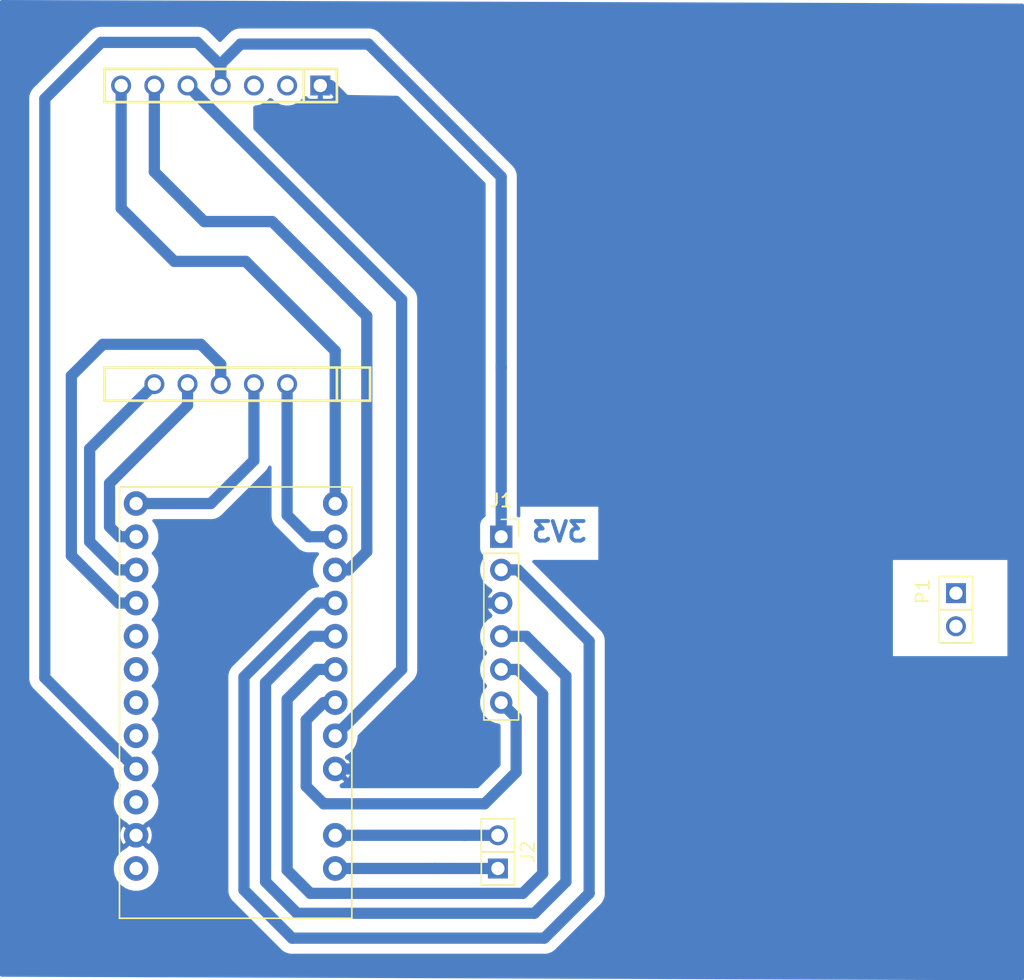
<source format=kicad_pcb>
(kicad_pcb (version 20171130) (host pcbnew "(5.1.9)-1")

  (general
    (thickness 1.6)
    (drawings 1)
    (tracks 100)
    (zones 0)
    (modules 6)
    (nets 34)
  )

  (page A4)
  (layers
    (0 F.Cu signal hide)
    (31 B.Cu signal)
    (32 B.Adhes user hide)
    (33 F.Adhes user hide)
    (34 B.Paste user hide)
    (35 F.Paste user hide)
    (36 B.SilkS user hide)
    (37 F.SilkS user)
    (38 B.Mask user hide)
    (39 F.Mask user hide)
    (40 Dwgs.User user hide)
    (41 Cmts.User user hide)
    (42 Eco1.User user hide)
    (43 Eco2.User user hide)
    (44 Edge.Cuts user hide)
    (45 Margin user hide)
    (46 B.CrtYd user hide)
    (47 F.CrtYd user hide)
    (48 B.Fab user hide)
    (49 F.Fab user hide)
  )

  (setup
    (last_trace_width 0.25)
    (user_trace_width 0.5)
    (user_trace_width 0.86)
    (trace_clearance 0.2)
    (zone_clearance 0.762)
    (zone_45_only yes)
    (trace_min 0.2)
    (via_size 0.8)
    (via_drill 0.4)
    (via_min_size 0.4)
    (via_min_drill 0.3)
    (uvia_size 0.3)
    (uvia_drill 0.1)
    (uvias_allowed no)
    (uvia_min_size 0.2)
    (uvia_min_drill 0.1)
    (edge_width 0.05)
    (segment_width 0.2)
    (pcb_text_width 0.3)
    (pcb_text_size 1.5 1.5)
    (mod_edge_width 0.12)
    (mod_text_size 1 1)
    (mod_text_width 0.15)
    (pad_size 1.8796 1.8796)
    (pad_drill 1.016)
    (pad_to_mask_clearance 0)
    (aux_axis_origin 0 0)
    (visible_elements 7FFFFFFF)
    (pcbplotparams
      (layerselection 0x00000_fffffffe)
      (usegerberextensions false)
      (usegerberattributes true)
      (usegerberadvancedattributes true)
      (creategerberjobfile true)
      (excludeedgelayer true)
      (linewidth 0.100000)
      (plotframeref false)
      (viasonmask false)
      (mode 1)
      (useauxorigin false)
      (hpglpennumber 1)
      (hpglpenspeed 20)
      (hpglpendiameter 15.000000)
      (psnegative false)
      (psa4output false)
      (plotreference true)
      (plotvalue true)
      (plotinvisibletext false)
      (padsonsilk false)
      (subtractmaskfromsilk false)
      (outputformat 4)
      (mirror false)
      (drillshape 0)
      (scaleselection 1)
      (outputdirectory "../Print_PCB_v0_2/"))
  )

  (net 0 "")
  (net 1 "Net-(U1-PadJP7_10)")
  (net 2 /DIO0)
  (net 3 /DIO1)
  (net 4 /RST)
  (net 5 /DIO2)
  (net 6 /NSS)
  (net 7 /MOSI)
  (net 8 /MISO)
  (net 9 /SCK)
  (net 10 "Net-(U1-PadJP6_8)")
  (net 11 "Net-(U1-PadJP6_7)")
  (net 12 "Net-(U1-PadJP6_6)")
  (net 13 "Net-(U1-PadJP6_5)")
  (net 14 /3V3)
  (net 15 "Net-(U1-PadJP6_3)")
  (net 16 "Net-(U1-PadJP6_1)")
  (net 17 "Net-(U1-PadJP3_1)")
  (net 18 "Net-(U1-PadJP3_2)")
  (net 19 "Net-(U1-PadJP2_2)")
  (net 20 "Net-(U1-PadJP2_1)")
  (net 21 "Net-(U1-PadJP1_4)")
  (net 22 "Net-(U1-PadJP1_3)")
  (net 23 "Net-(U1-PadJP1_2)")
  (net 24 "Net-(U1-PadJP1_1)")
  (net 25 "Net-(J2-Pad2)")
  (net 26 "Net-(J2-Pad1)")
  (net 27 /GND)
  (net 28 "Net-(U1-PadJP1_5)")
  (net 29 /D6)
  (net 30 /D5)
  (net 31 /D4)
  (net 32 /D3)
  (net 33 /MASS)

  (net_class Default "This is the default net class."
    (clearance 0.2)
    (trace_width 0.25)
    (via_dia 0.8)
    (via_drill 0.4)
    (uvia_dia 0.3)
    (uvia_drill 0.1)
    (add_net /3V3)
    (add_net /D3)
    (add_net /D4)
    (add_net /D5)
    (add_net /D6)
    (add_net /DIO0)
    (add_net /DIO1)
    (add_net /DIO2)
    (add_net /GND)
    (add_net /MASS)
    (add_net /MISO)
    (add_net /MOSI)
    (add_net /NSS)
    (add_net /RST)
    (add_net /SCK)
    (add_net "Net-(J2-Pad1)")
    (add_net "Net-(J2-Pad2)")
    (add_net "Net-(U1-PadJP1_1)")
    (add_net "Net-(U1-PadJP1_2)")
    (add_net "Net-(U1-PadJP1_3)")
    (add_net "Net-(U1-PadJP1_4)")
    (add_net "Net-(U1-PadJP1_5)")
    (add_net "Net-(U1-PadJP2_1)")
    (add_net "Net-(U1-PadJP2_2)")
    (add_net "Net-(U1-PadJP3_1)")
    (add_net "Net-(U1-PadJP3_2)")
    (add_net "Net-(U1-PadJP6_1)")
    (add_net "Net-(U1-PadJP6_3)")
    (add_net "Net-(U1-PadJP6_5)")
    (add_net "Net-(U1-PadJP6_6)")
    (add_net "Net-(U1-PadJP6_7)")
    (add_net "Net-(U1-PadJP6_8)")
    (add_net "Net-(U1-PadJP7_10)")
  )

  (module Header:HEADER_M_2.54MM_1R2P_ST_AU_PTH (layer F.Cu) (tedit 5E3B7C46) (tstamp 60311660)
    (at 148.336 105.537 270)
    (tags Header)
    (path /6025BE47)
    (fp_text reference P1 (at -1.397 2.54 90) (layer F.SilkS)
      (effects (font (size 1.016 1.016) (thickness 0.127)))
    )
    (fp_text value " " (at 0 -2.159 90) (layer F.SilkS) hide
      (effects (font (size 1.016 1.016) (thickness 0.127)))
    )
    (fp_line (start 2.54 -1.27) (end 2.54 1.27) (layer F.SilkS) (width 0.127))
    (fp_line (start 0 -1.27) (end 2.54 -1.27) (layer F.SilkS) (width 0.127))
    (fp_line (start 0 1.27) (end 2.54 1.27) (layer F.SilkS) (width 0.127))
    (fp_line (start -2.54 1.27) (end 0 1.27) (layer F.SilkS) (width 0.127))
    (fp_line (start -2.54 -1.27) (end 0 -1.27) (layer F.SilkS) (width 0.127))
    (fp_line (start -2.54 1.27) (end -2.54 -1.27) (layer F.SilkS) (width 0.127))
    (fp_line (start 0 -1.27) (end 0 1.27) (layer F.SilkS) (width 0.127))
    (fp_line (start -2.54 -1.27) (end 2.54 -1.27) (layer F.Fab) (width 0.127))
    (fp_line (start 2.54 -1.27) (end 2.54 1.27) (layer F.Fab) (width 0.127))
    (fp_line (start 2.54 1.27) (end -2.54 1.27) (layer F.Fab) (width 0.127))
    (fp_line (start -2.54 1.27) (end -2.54 -1.27) (layer F.Fab) (width 0.127))
    (fp_line (start -2.54 -1.27) (end 2.54 -1.27) (layer F.CrtYd) (width 0.127))
    (fp_line (start -2.54 1.27) (end -2.54 -1.27) (layer F.CrtYd) (width 0.127))
    (fp_line (start 2.54 1.27) (end -2.54 1.27) (layer F.CrtYd) (width 0.127))
    (fp_line (start 2.54 -1.27) (end 2.54 1.27) (layer F.CrtYd) (width 0.127))
    (fp_text user %R (at 0 0 90) (layer F.Fab)
      (effects (font (size 1.016 1.016) (thickness 0.127)))
    )
    (pad 1 thru_hole rect (at -1.27 0 270) (size 1.524 1.524) (drill 1.016) (layers *.Cu *.Mask))
    (pad 2 thru_hole circle (at 1.27 0 270) (size 1.524 1.524) (drill 1.016) (layers *.Cu *.Mask))
    (model ${CASCO_LOGIX_KISYS3DMOD}/Headers/STEP/HEADER_M_2.54MM_1R2P_ST_AU_PTH.step
      (at (xyz 0 0 0))
      (scale (xyz 1 1 1))
      (rotate (xyz 0 0 0))
    )
  )

  (module Header:HEADER_M_2.54MM_1R8P_ST_AU_PTH (layer F.Cu) (tedit 602FCE99) (tstamp 60248205)
    (at 93.345 88.265 180)
    (tags Header)
    (path /6024B676)
    (fp_text reference P2 (at 0 2.286) (layer F.SilkS) hide
      (effects (font (size 1.016 1.016) (thickness 0.127)))
    )
    (fp_text value H2 (at 0 -2.159) (layer F.SilkS) hide
      (effects (font (size 1.016 1.016) (thickness 0.127)))
    )
    (fp_line (start 5.08 1.27) (end 10.16 1.27) (layer F.SilkS) (width 0.2032))
    (fp_line (start 5.08 -1.27) (end 10.16 -1.27) (layer F.SilkS) (width 0.2032))
    (fp_line (start 0 1.27) (end 5.08 1.27) (layer F.SilkS) (width 0.2032))
    (fp_line (start 0 -1.27) (end 5.08 -1.27) (layer F.SilkS) (width 0.2032))
    (fp_line (start -2.54 -1.27) (end 0 -1.27) (layer F.SilkS) (width 0.2032))
    (fp_line (start -2.54 1.27) (end 0 1.27) (layer F.SilkS) (width 0.2032))
    (fp_line (start -5.08 1.27) (end -2.54 1.27) (layer F.SilkS) (width 0.2032))
    (fp_line (start -5.08 -1.27) (end -2.54 -1.27) (layer F.SilkS) (width 0.2032))
    (fp_line (start 10.16 -1.27) (end 10.16 1.27) (layer F.SilkS) (width 0.2032))
    (fp_line (start -7.62 -1.27) (end -5.08 -1.27) (layer F.SilkS) (width 0.2032))
    (fp_line (start -7.62 1.27) (end -5.08 1.27) (layer F.SilkS) (width 0.2032))
    (fp_line (start -10.16 1.27) (end -7.62 1.27) (layer F.SilkS) (width 0.2032))
    (fp_line (start -10.16 -1.27) (end -7.62 -1.27) (layer F.SilkS) (width 0.2032))
    (fp_line (start -10.16 1.27) (end -10.16 -1.27) (layer F.SilkS) (width 0.2032))
    (fp_line (start -7.62 -1.27) (end -7.62 1.27) (layer F.SilkS) (width 0.2032))
    (pad 5 thru_hole circle (at 1.27 0 180) (size 1.524 1.524) (drill 1.016) (layers *.Cu *.Mask)
      (net 9 /SCK))
    (pad 8 smd circle (at 8.89 0 180) (size 1.524 1.524) (layers F.Paste F.Mask))
    (pad 7 thru_hole circle (at 6.35 0 180) (size 1.524 1.524) (drill 1.016) (layers *.Cu *.Mask)
      (net 8 /MISO))
    (pad 1 smd rect (at -8.89 0 180) (size 1.524 1.524) (layers F.Paste F.Mask))
    (pad 2 smd circle (at -6.35 0 180) (size 1.524 1.524) (layers F.Paste F.Mask))
    (pad 3 thru_hole circle (at -3.81 0 180) (size 1.524 1.524) (drill 1.016) (layers *.Cu *.Mask)
      (net 4 /RST))
    (pad 4 thru_hole circle (at -1.27 0 180) (size 1.524 1.524) (drill 1.016) (layers *.Cu *.Mask)
      (net 6 /NSS))
    (pad 6 thru_hole circle (at 3.81 0 180) (size 1.524 1.524) (drill 1.016) (layers *.Cu *.Mask)
      (net 7 /MOSI))
    (model C:/Engineering/KiCAD_Libraries/3D/Headers/VRML/HEADER_M_2.54MM_1R8P_ST_AU_PTH.wrl
      (at (xyz 0 0 0))
      (scale (xyz 1 1 1))
      (rotate (xyz 0 0 0))
    )
  )

  (module Connector_PinSocket_2.54mm:PinSocket_1x06_P2.54mm_Vertical (layer F.Cu) (tedit 5A19A430) (tstamp 603038E8)
    (at 113.538 99.949)
    (descr "Through hole straight socket strip, 1x06, 2.54mm pitch, single row (from Kicad 4.0.7), script generated")
    (tags "Through hole socket strip THT 1x06 2.54mm single row")
    (path /602FE73C)
    (fp_text reference J1 (at 0 -2.77) (layer F.SilkS)
      (effects (font (size 1 1) (thickness 0.15)))
    )
    (fp_text value H1 (at 0 15.47) (layer F.Fab)
      (effects (font (size 1 1) (thickness 0.15)))
    )
    (fp_line (start -1.8 14.45) (end -1.8 -1.8) (layer F.CrtYd) (width 0.05))
    (fp_line (start 1.75 14.45) (end -1.8 14.45) (layer F.CrtYd) (width 0.05))
    (fp_line (start 1.75 -1.8) (end 1.75 14.45) (layer F.CrtYd) (width 0.05))
    (fp_line (start -1.8 -1.8) (end 1.75 -1.8) (layer F.CrtYd) (width 0.05))
    (fp_line (start 0 -1.33) (end 1.33 -1.33) (layer F.SilkS) (width 0.12))
    (fp_line (start 1.33 -1.33) (end 1.33 0) (layer F.SilkS) (width 0.12))
    (fp_line (start 1.33 1.27) (end 1.33 14.03) (layer F.SilkS) (width 0.12))
    (fp_line (start -1.33 14.03) (end 1.33 14.03) (layer F.SilkS) (width 0.12))
    (fp_line (start -1.33 1.27) (end -1.33 14.03) (layer F.SilkS) (width 0.12))
    (fp_line (start -1.33 1.27) (end 1.33 1.27) (layer F.SilkS) (width 0.12))
    (fp_line (start -1.27 13.97) (end -1.27 -1.27) (layer F.Fab) (width 0.1))
    (fp_line (start 1.27 13.97) (end -1.27 13.97) (layer F.Fab) (width 0.1))
    (fp_line (start 1.27 -0.635) (end 1.27 13.97) (layer F.Fab) (width 0.1))
    (fp_line (start 0.635 -1.27) (end 1.27 -0.635) (layer F.Fab) (width 0.1))
    (fp_line (start -1.27 -1.27) (end 0.635 -1.27) (layer F.Fab) (width 0.1))
    (fp_text user %R (at 0 6.35 90) (layer F.Fab)
      (effects (font (size 1 1) (thickness 0.15)))
    )
    (pad 1 thru_hole rect (at 0 0) (size 1.7 1.7) (drill 1) (layers *.Cu *.Mask)
      (net 14 /3V3))
    (pad 2 thru_hole oval (at 0 2.54) (size 1.7 1.7) (drill 1) (layers *.Cu *.Mask)
      (net 29 /D6))
    (pad 3 thru_hole oval (at 0 5.08) (size 1.7 1.7) (drill 1) (layers *.Cu *.Mask)
      (net 27 /GND))
    (pad 4 thru_hole oval (at 0 7.62) (size 1.7 1.7) (drill 1) (layers *.Cu *.Mask)
      (net 30 /D5))
    (pad 5 thru_hole oval (at 0 10.16) (size 1.7 1.7) (drill 1) (layers *.Cu *.Mask)
      (net 31 /D4))
    (pad 6 thru_hole oval (at 0 12.7) (size 1.7 1.7) (drill 1) (layers *.Cu *.Mask)
      (net 32 /D3))
    (model ${KISYS3DMOD}/Connector_PinSocket_2.54mm.3dshapes/PinSocket_1x06_P2.54mm_Vertical.wrl
      (at (xyz 0 0 0))
      (scale (xyz 1 1 1))
      (rotate (xyz 0 0 0))
    )
  )

  (module Header:HEADER_M_2.54MM_1R7P_ST_AU_PTH (layer F.Cu) (tedit 602FCE36) (tstamp 602481F2)
    (at 92.075 65.405 180)
    (tags Header)
    (path /60249194)
    (fp_text reference P1 (at 0 2.54) (layer F.SilkS) hide
      (effects (font (size 1.016 1.016) (thickness 0.127)))
    )
    (fp_text value H1 (at 0 -2.54) (layer F.SilkS) hide
      (effects (font (size 1.016 1.016) (thickness 0.127)))
    )
    (fp_line (start 3.81 1.27) (end 8.89 1.27) (layer F.SilkS) (width 0.2032))
    (fp_line (start 3.81 -1.27) (end 8.89 -1.27) (layer F.SilkS) (width 0.2032))
    (fp_line (start -1.27 1.27) (end 3.81 1.27) (layer F.SilkS) (width 0.2032))
    (fp_line (start -1.27 -1.27) (end 3.81 -1.27) (layer F.SilkS) (width 0.2032))
    (fp_line (start -6.35 -1.27) (end -6.35 1.27) (layer F.SilkS) (width 0.2032))
    (fp_line (start -8.89 -1.27) (end -8.89 1.27) (layer F.SilkS) (width 0.2032))
    (fp_line (start -8.89 1.27) (end -1.27 1.27) (layer F.SilkS) (width 0.2032))
    (fp_line (start 8.89 1.27) (end 8.89 -1.27) (layer F.SilkS) (width 0.2032))
    (fp_line (start -1.27 -1.27) (end -8.89 -1.27) (layer F.SilkS) (width 0.2032))
    (pad 1 thru_hole trapezoid (at -7.62 0 180) (size 1.524 1.524) (drill 1.016) (layers *.Cu *.Mask)
      (net 27 /GND))
    (pad 2 thru_hole circle (at -5.08 0 180) (size 1.524 1.524) (drill 1.016) (layers *.Cu *.Mask))
    (pad 3 thru_hole circle (at -2.54 0 180) (size 1.524 1.524) (drill 1.016) (layers *.Cu *.Mask))
    (pad 5 thru_hole circle (at 2.54 0 180) (size 1.524 1.524) (drill 1.016) (layers *.Cu *.Mask)
      (net 2 /DIO0))
    (pad 4 thru_hole circle (at 0 0 180) (size 1.524 1.524) (drill 1.016) (layers *.Cu *.Mask)
      (net 14 /3V3))
    (pad 6 thru_hole circle (at 5.08 0 180) (size 1.524 1.524) (drill 1.016) (layers *.Cu *.Mask)
      (net 3 /DIO1))
    (pad 7 thru_hole circle (at 7.62 0 180) (size 1.524 1.524) (drill 1.016) (layers *.Cu *.Mask)
      (net 5 /DIO2))
    (model C:/Engineering/KiCAD_Libraries/3D/Headers/VRML/HEADER_M_2.54MM_1R7P_ST_AU_PTH.wrl
      (at (xyz 0 0 0))
      (scale (xyz 1 1 1))
      (rotate (xyz 0 0 0))
    )
  )

  (module ARDUINO_PRO_MINI:MODULE_ARDUINO_PRO_MINI (layer F.Cu) (tedit 602FCF15) (tstamp 602544D7)
    (at 93.218 112.649 180)
    (path /60247FED)
    (fp_text reference U1 (at -5.825 -17.635) (layer F.SilkS) hide
      (effects (font (size 1 1) (thickness 0.015)))
    )
    (fp_text value ARDUINO_PRO_MINI (at 5.605 17.865) (layer F.Fab) hide
      (effects (font (size 1 1) (thickness 0.015)))
    )
    (fp_line (start -9.14 16.76) (end -9.14 -16.76) (layer F.CrtYd) (width 0.05))
    (fp_line (start 9.14 16.76) (end -9.14 16.76) (layer F.CrtYd) (width 0.05))
    (fp_line (start 9.14 -16.76) (end 9.14 16.76) (layer F.CrtYd) (width 0.05))
    (fp_line (start -9.14 -16.76) (end 9.14 -16.76) (layer F.CrtYd) (width 0.05))
    (fp_line (start 8.89 -16.51) (end -8.89 -16.51) (layer F.Fab) (width 0.127))
    (fp_line (start 8.89 16.51) (end 8.89 -16.51) (layer F.Fab) (width 0.127))
    (fp_line (start -8.89 16.51) (end 8.89 16.51) (layer F.Fab) (width 0.127))
    (fp_line (start -8.89 -16.51) (end -8.89 16.51) (layer F.Fab) (width 0.127))
    (fp_line (start 8.89 -16.51) (end -8.89 -16.51) (layer F.SilkS) (width 0.127))
    (fp_line (start 8.89 16.51) (end 8.89 -16.51) (layer F.SilkS) (width 0.127))
    (fp_line (start -8.89 16.51) (end 8.89 16.51) (layer F.SilkS) (width 0.127))
    (fp_line (start -8.89 -16.51) (end -8.89 16.51) (layer F.SilkS) (width 0.127))
    (pad JP1_1 connect circle (at 6.35 -15.24 180) (size 1.8796 1.8796) (layers F.Mask)
      (net 24 "Net-(U1-PadJP1_1)"))
    (pad JP1_2 connect circle (at 3.81 -15.24 180) (size 1.8796 1.8796) (layers F.Mask)
      (net 23 "Net-(U1-PadJP1_2)"))
    (pad JP1_3 connect circle (at 1.27 -15.24 180) (size 1.8796 1.8796) (layers F.Mask)
      (net 22 "Net-(U1-PadJP1_3)"))
    (pad JP1_4 connect circle (at -1.27 -15.24 180) (size 1.8796 1.8796) (layers F.Mask)
      (net 21 "Net-(U1-PadJP1_4)"))
    (pad JP1_5 connect circle (at -3.81 -15.24 180) (size 1.8796 1.8796) (layers F.Mask)
      (net 28 "Net-(U1-PadJP1_5)"))
    (pad JP1_6 connect circle (at -6.35 -15.24 180) (size 1.8796 1.8796) (layers F.Mask)
      (net 28 "Net-(U1-PadJP1_5)"))
    (pad JP2_1 connect circle (at 4.699 -1.397 180) (size 1.8796 1.8796) (layers F.Mask)
      (net 20 "Net-(U1-PadJP2_1)"))
    (pad JP2_2 connect circle (at 4.699 -3.937 180) (size 1.8796 1.8796) (layers F.Mask)
      (net 19 "Net-(U1-PadJP2_2)"))
    (pad JP3_2 connect circle (at 4.699 6.477 180) (size 1.8796 1.8796) (layers F.Mask)
      (net 18 "Net-(U1-PadJP3_2)"))
    (pad JP3_1 connect circle (at 4.699 9.017 180) (size 1.8796 1.8796) (layers F.Mask)
      (net 17 "Net-(U1-PadJP3_1)"))
    (pad JP6_1 thru_hole circle (at 7.62 -12.7 180) (size 1.8796 1.8796) (drill 1.016) (layers *.Cu *.Mask)
      (net 16 "Net-(U1-PadJP6_1)"))
    (pad JP6_2 thru_hole circle (at 7.62 -10.16 180) (size 1.8796 1.8796) (drill 1.016) (layers *.Cu *.Mask)
      (net 33 /MASS))
    (pad JP6_3 thru_hole circle (at 7.62 -7.62 180) (size 1.8796 1.8796) (drill 1.016) (layers *.Cu *.Mask)
      (net 15 "Net-(U1-PadJP6_3)"))
    (pad JP6_4 thru_hole circle (at 7.62 -5.08 180) (size 1.8796 1.8796) (drill 1.016) (layers *.Cu *.Mask)
      (net 14 /3V3))
    (pad JP6_5 thru_hole circle (at 7.62 -2.54 180) (size 1.8796 1.8796) (drill 1.016) (layers *.Cu *.Mask)
      (net 13 "Net-(U1-PadJP6_5)"))
    (pad JP6_6 thru_hole circle (at 7.62 0 180) (size 1.8796 1.8796) (drill 1.016) (layers *.Cu *.Mask)
      (net 12 "Net-(U1-PadJP6_6)"))
    (pad JP6_7 thru_hole circle (at 7.62 2.54 180) (size 1.8796 1.8796) (drill 1.016) (layers *.Cu *.Mask)
      (net 11 "Net-(U1-PadJP6_7)"))
    (pad JP6_8 thru_hole circle (at 7.62 5.08 180) (size 1.8796 1.8796) (drill 1.016) (layers *.Cu *.Mask)
      (net 10 "Net-(U1-PadJP6_8)"))
    (pad JP6_9 thru_hole circle (at 7.62 7.62 180) (size 1.8796 1.8796) (drill 1.016) (layers *.Cu *.Mask)
      (net 9 /SCK))
    (pad JP6_10 thru_hole circle (at 7.62 10.16 180) (size 1.8796 1.8796) (drill 1.016) (layers *.Cu *.Mask)
      (net 8 /MISO))
    (pad JP6_11 thru_hole circle (at 7.62 12.7 180) (size 1.8796 1.8796) (drill 1.016) (layers *.Cu *.Mask)
      (net 7 /MOSI))
    (pad JP6_12 thru_hole circle (at 7.62 15.24 180) (size 1.8796 1.8796) (drill 1.016) (layers *.Cu *.Mask)
      (net 6 /NSS))
    (pad JP7_1 thru_hole circle (at -7.62 15.24 180) (size 1.8796 1.8796) (drill 1.016) (layers *.Cu *.Mask)
      (net 5 /DIO2))
    (pad JP7_2 thru_hole circle (at -7.62 12.7 180) (size 1.8796 1.8796) (drill 1.016) (layers *.Cu *.Mask)
      (net 4 /RST))
    (pad JP7_3 thru_hole circle (at -7.62 10.16 180) (size 1.8796 1.8796) (drill 1.016) (layers *.Cu *.Mask)
      (net 3 /DIO1))
    (pad JP7_4 thru_hole circle (at -7.62 7.62 180) (size 1.8796 1.8796) (drill 1.016) (layers *.Cu *.Mask)
      (net 29 /D6))
    (pad JP7_5 thru_hole circle (at -7.62 5.08 180) (size 1.8796 1.8796) (drill 1.016) (layers *.Cu *.Mask)
      (net 30 /D5))
    (pad JP7_6 thru_hole circle (at -7.62 2.54 180) (size 1.8796 1.8796) (drill 1.016) (layers *.Cu *.Mask)
      (net 31 /D4))
    (pad JP7_7 thru_hole circle (at -7.62 0 180) (size 1.8796 1.8796) (drill 1.016) (layers *.Cu *.Mask)
      (net 32 /D3))
    (pad JP7_8 thru_hole circle (at -7.62 -2.54 180) (size 1.8796 1.8796) (drill 1.016) (layers *.Cu *.Mask)
      (net 2 /DIO0))
    (pad JP7_9 thru_hole circle (at -7.62 -5.08 180) (size 1.8796 1.8796) (drill 1.016) (layers *.Cu *.Mask)
      (net 27 /GND))
    (pad JP7_10 smd circle (at -7.62 -7.62 180) (size 1.8796 1.8796) (layers F.Paste F.Mask)
      (net 1 "Net-(U1-PadJP7_10)"))
    (pad JP7_11 thru_hole circle (at -7.62 -10.16 180) (size 1.8796 1.8796) (drill 1.016) (layers *.Cu *.Mask)
      (net 25 "Net-(J2-Pad2)"))
    (pad JP7_12 thru_hole circle (at -7.62 -12.7 180) (size 1.8796 1.8796) (drill 1.016) (layers *.Cu *.Mask)
      (net 26 "Net-(J2-Pad1)"))
  )

  (module Header:HEADER_F_2.54MM_1R2P_ST_AU_PTH (layer F.Cu) (tedit 569A96B6) (tstamp 6025608B)
    (at 113.284 124.079 90)
    (tags Header)
    (path /602533F2)
    (fp_text reference J2 (at 0 2.286 90) (layer F.SilkS)
      (effects (font (size 1.016 1.016) (thickness 0.127)))
    )
    (fp_text value H2 (at 0 -2.159 90) (layer F.Fab) hide
      (effects (font (size 1.016 1.016) (thickness 0.127)))
    )
    (fp_line (start -2.54 1.27) (end -2.54 -1.27) (layer F.SilkS) (width 0.127))
    (fp_line (start 0 1.27) (end 0 -1.27) (layer F.SilkS) (width 0.127))
    (fp_line (start 2.54 1.27) (end -2.54 1.27) (layer F.SilkS) (width 0.127))
    (fp_line (start 2.54 -1.27) (end 2.54 1.27) (layer F.SilkS) (width 0.127))
    (fp_line (start -2.54 -1.27) (end 2.54 -1.27) (layer F.SilkS) (width 0.127))
    (pad 2 thru_hole circle (at 1.27 0 90) (size 1.524 1.524) (drill 1.016) (layers *.Cu *.Mask)
      (net 25 "Net-(J2-Pad2)"))
    (pad 1 thru_hole rect (at -1.27 0 90) (size 1.524 1.524) (drill 1.016) (layers *.Cu *.Mask)
      (net 26 "Net-(J2-Pad1)"))
    (model C:/Engineering/KiCAD_Libraries/3D/Headers/VRML/HEADER_F_2.54MM_1R2P_ST_SN_PTH.wrl
      (at (xyz 0 0 0))
      (scale (xyz 1 1 1))
      (rotate (xyz 0 0 0))
    )
  )

  (gr_text 3V3 (at 117.983 99.568) (layer B.Cu)
    (effects (font (size 1.5 1.5) (thickness 0.3)) (justify mirror))
  )

  (segment (start 105.918 81.788) (end 89.535 65.405) (width 0.86) (layer B.Cu) (net 2))
  (segment (start 105.918 110.109) (end 105.918 81.788) (width 0.86) (layer B.Cu) (net 2))
  (segment (start 100.838 115.189) (end 105.918 110.109) (width 0.86) (layer B.Cu) (net 2))
  (segment (start 101.854 102.489) (end 100.838 102.489) (width 0.86) (layer B.Cu) (net 3))
  (segment (start 103.251 83.058) (end 103.251 101.092) (width 0.86) (layer B.Cu) (net 3))
  (segment (start 103.251 101.092) (end 101.854 102.489) (width 0.86) (layer B.Cu) (net 3))
  (segment (start 90.805 75.819) (end 96.012 75.819) (width 0.86) (layer B.Cu) (net 3))
  (segment (start 86.995 72.009) (end 90.805 75.819) (width 0.86) (layer B.Cu) (net 3))
  (segment (start 96.012 75.819) (end 103.251 83.058) (width 0.86) (layer B.Cu) (net 3))
  (segment (start 86.995 65.405) (end 86.995 72.009) (width 0.86) (layer B.Cu) (net 3))
  (segment (start 98.933 99.949) (end 100.838 99.949) (width 0.86) (layer B.Cu) (net 4))
  (segment (start 97.155 88.265) (end 97.155 98.298) (width 0.86) (layer B.Cu) (net 4))
  (segment (start 98.806 99.949) (end 98.933 99.949) (width 0.86) (layer B.Cu) (net 4))
  (segment (start 97.155 98.298) (end 98.806 99.949) (width 0.86) (layer B.Cu) (net 4))
  (segment (start 100.838 85.725) (end 100.838 97.409) (width 0.86) (layer B.Cu) (net 5))
  (segment (start 93.98 78.867) (end 100.838 85.725) (width 0.86) (layer B.Cu) (net 5))
  (segment (start 88.519 78.867) (end 93.98 78.867) (width 0.86) (layer B.Cu) (net 5))
  (segment (start 84.455 74.803) (end 88.519 78.867) (width 0.86) (layer B.Cu) (net 5))
  (segment (start 84.455 65.405) (end 84.455 74.803) (width 0.86) (layer B.Cu) (net 5))
  (segment (start 85.598 97.409) (end 91.313 97.409) (width 0.86) (layer B.Cu) (net 6))
  (segment (start 94.615 94.107) (end 94.615 88.265) (width 0.86) (layer B.Cu) (net 6))
  (segment (start 91.313 97.409) (end 94.615 94.107) (width 0.86) (layer B.Cu) (net 6))
  (segment (start 84.328 99.949) (end 85.598 99.949) (width 0.86) (layer B.Cu) (net 7))
  (segment (start 83.566 99.187) (end 84.328 99.949) (width 0.86) (layer B.Cu) (net 7))
  (segment (start 83.566 95.859522) (end 83.566 99.187) (width 0.86) (layer B.Cu) (net 7))
  (segment (start 89.535 89.890522) (end 83.566 95.859522) (width 0.86) (layer B.Cu) (net 7))
  (segment (start 89.535 88.265) (end 89.535 89.890522) (width 0.86) (layer B.Cu) (net 7))
  (segment (start 84.201 102.489) (end 85.598 102.489) (width 0.86) (layer B.Cu) (net 8))
  (segment (start 82.042 100.33) (end 84.201 102.489) (width 0.86) (layer B.Cu) (net 8))
  (segment (start 82.042 93.218) (end 82.042 100.33) (width 0.86) (layer B.Cu) (net 8))
  (segment (start 86.995 88.265) (end 82.042 93.218) (width 0.86) (layer B.Cu) (net 8))
  (segment (start 80.645 101.405077) (end 84.268923 105.029) (width 0.86) (layer B.Cu) (net 9))
  (segment (start 84.268923 105.029) (end 85.598 105.029) (width 0.86) (layer B.Cu) (net 9))
  (segment (start 80.645 87.63) (end 80.645 101.405077) (width 0.86) (layer B.Cu) (net 9))
  (segment (start 90.551 85.217) (end 83.058 85.217) (width 0.86) (layer B.Cu) (net 9))
  (segment (start 83.058 85.217) (end 80.645 87.63) (width 0.86) (layer B.Cu) (net 9))
  (segment (start 92.075 86.741) (end 90.551 85.217) (width 0.86) (layer B.Cu) (net 9))
  (segment (start 92.075 88.265) (end 92.075 86.741) (width 0.86) (layer B.Cu) (net 9))
  (segment (start 113.538 86.868) (end 113.538 86.995) (width 0.86) (layer B.Cu) (net 14))
  (segment (start 113.538 99.949) (end 113.538 86.995) (width 0.86) (layer B.Cu) (net 14))
  (segment (start 113.538 72.39) (end 113.538 86.995) (width 0.86) (layer B.Cu) (net 14))
  (segment (start 104.394 63.246) (end 113.538 72.39) (width 0.86) (layer B.Cu) (net 14))
  (segment (start 92.075 65.405) (end 92.075 64.008) (width 0.86) (layer B.Cu) (net 14))
  (segment (start 92.075 63.881) (end 92.075 65.405) (width 0.86) (layer B.Cu) (net 14))
  (segment (start 92.075 63.881) (end 92.075 63.754) (width 0.86) (layer B.Cu) (net 14))
  (segment (start 92.075 63.754) (end 93.599 62.23) (width 0.86) (layer B.Cu) (net 14))
  (segment (start 103.378 62.23) (end 104.394 63.246) (width 0.86) (layer B.Cu) (net 14))
  (segment (start 93.599 62.23) (end 103.378 62.23) (width 0.86) (layer B.Cu) (net 14))
  (segment (start 78.613 110.744) (end 85.598 117.729) (width 0.86) (layer B.Cu) (net 14))
  (segment (start 78.613 66.421) (end 78.613 110.744) (width 0.86) (layer B.Cu) (net 14))
  (segment (start 82.931 62.103) (end 78.613 66.421) (width 0.86) (layer B.Cu) (net 14))
  (segment (start 90.297 62.103) (end 82.931 62.103) (width 0.86) (layer B.Cu) (net 14))
  (segment (start 92.075 63.881) (end 90.297 62.103) (width 0.86) (layer B.Cu) (net 14))
  (segment (start 110.744 122.809) (end 113.284 122.809) (width 0.86) (layer B.Cu) (net 25))
  (segment (start 100.838 122.809) (end 110.744 122.809) (width 0.86) (layer B.Cu) (net 25))
  (segment (start 108.458 125.349) (end 100.838 125.349) (width 0.86) (layer B.Cu) (net 26))
  (segment (start 113.284 125.349) (end 108.458 125.349) (width 0.86) (layer B.Cu) (net 26))
  (segment (start 100.457 65.405) (end 109.474 74.422) (width 0.86) (layer B.Cu) (net 27))
  (segment (start 99.695 65.405) (end 100.457 65.405) (width 0.86) (layer B.Cu) (net 27))
  (segment (start 109.474 74.422) (end 109.474 103.124) (width 0.86) (layer B.Cu) (net 27))
  (segment (start 111.379 105.029) (end 113.538 105.029) (width 0.86) (layer B.Cu) (net 27))
  (segment (start 109.474 103.124) (end 111.379 105.029) (width 0.86) (layer B.Cu) (net 27))
  (segment (start 111.379 105.029) (end 111.379 109.728) (width 0.86) (layer B.Cu) (net 27))
  (segment (start 103.378 117.729) (end 100.838 117.729) (width 0.86) (layer B.Cu) (net 27))
  (segment (start 111.379 109.728) (end 103.378 117.729) (width 0.86) (layer B.Cu) (net 27))
  (segment (start 99.508923 105.029) (end 100.838 105.029) (width 0.86) (layer B.Cu) (net 29))
  (segment (start 93.853 127) (end 93.853 110.684923) (width 0.86) (layer B.Cu) (net 29))
  (segment (start 116.84 130.683) (end 97.536 130.683) (width 0.86) (layer B.Cu) (net 29))
  (segment (start 120.269 127.254) (end 116.84 130.683) (width 0.86) (layer B.Cu) (net 29))
  (segment (start 97.536 130.683) (end 93.853 127) (width 0.86) (layer B.Cu) (net 29))
  (segment (start 120.269 107.95) (end 120.269 127.254) (width 0.86) (layer B.Cu) (net 29))
  (segment (start 114.808 102.489) (end 120.269 107.95) (width 0.86) (layer B.Cu) (net 29))
  (segment (start 93.853 110.684923) (end 99.508923 105.029) (width 0.86) (layer B.Cu) (net 29))
  (segment (start 113.538 102.489) (end 114.808 102.489) (width 0.86) (layer B.Cu) (net 29))
  (segment (start 118.491 110.617) (end 115.443 107.569) (width 0.86) (layer B.Cu) (net 30))
  (segment (start 115.443 107.569) (end 113.538 107.569) (width 0.86) (layer B.Cu) (net 30))
  (segment (start 118.491 126.365) (end 118.491 110.617) (width 0.86) (layer B.Cu) (net 30))
  (segment (start 97.917 128.778) (end 116.078 128.778) (width 0.86) (layer B.Cu) (net 30))
  (segment (start 95.504 126.365) (end 97.917 128.778) (width 0.86) (layer B.Cu) (net 30))
  (segment (start 95.504 111.125) (end 95.504 126.365) (width 0.86) (layer B.Cu) (net 30))
  (segment (start 116.078 128.778) (end 118.491 126.365) (width 0.86) (layer B.Cu) (net 30))
  (segment (start 99.06 107.569) (end 95.504 111.125) (width 0.86) (layer B.Cu) (net 30))
  (segment (start 100.838 107.569) (end 99.06 107.569) (width 0.86) (layer B.Cu) (net 30))
  (segment (start 99.441 110.109) (end 100.838 110.109) (width 0.86) (layer B.Cu) (net 31))
  (segment (start 97.155 125.476) (end 97.155 112.395) (width 0.86) (layer B.Cu) (net 31))
  (segment (start 98.933 127.254) (end 97.155 125.476) (width 0.86) (layer B.Cu) (net 31))
  (segment (start 115.189 127.254) (end 98.933 127.254) (width 0.86) (layer B.Cu) (net 31))
  (segment (start 116.713 125.73) (end 115.189 127.254) (width 0.86) (layer B.Cu) (net 31))
  (segment (start 97.155 112.395) (end 99.441 110.109) (width 0.86) (layer B.Cu) (net 31))
  (segment (start 116.713 112.014) (end 116.713 125.73) (width 0.86) (layer B.Cu) (net 31))
  (segment (start 114.808 110.109) (end 116.713 112.014) (width 0.86) (layer B.Cu) (net 31))
  (segment (start 113.538 110.109) (end 114.808 110.109) (width 0.86) (layer B.Cu) (net 31))
  (segment (start 114.681 113.792) (end 113.538 112.649) (width 0.86) (layer B.Cu) (net 32))
  (segment (start 112.268 120.396) (end 114.681 117.983) (width 0.86) (layer B.Cu) (net 32))
  (segment (start 99.949 120.396) (end 112.268 120.396) (width 0.86) (layer B.Cu) (net 32))
  (segment (start 98.6155 119.0625) (end 99.949 120.396) (width 0.86) (layer B.Cu) (net 32))
  (segment (start 114.681 117.983) (end 114.681 113.792) (width 0.86) (layer B.Cu) (net 32))
  (segment (start 99.949 112.649) (end 98.6155 113.9825) (width 0.86) (layer B.Cu) (net 32))
  (segment (start 98.6155 113.9825) (end 98.6155 119.0625) (width 0.86) (layer B.Cu) (net 32))
  (segment (start 100.838 112.649) (end 99.949 112.649) (width 0.86) (layer B.Cu) (net 32))

  (zone (net 33) (net_name /MASS) (layer B.Cu) (tstamp 603110B7) (hatch edge 0.508)
    (connect_pads (clearance 0.762))
    (min_thickness 0.254)
    (fill yes (arc_segments 32) (thermal_gap 0.254) (thermal_bridge_width 0.381))
    (polygon
      (pts
        (xy 153.543 133.909594) (xy 75.184 133.63575) (xy 75.184 58.856563) (xy 153.543 59.130407)
      )
    )
    (filled_polygon
      (pts
        (xy 153.416 59.256964) (xy 153.416 133.78215) (xy 75.311 133.509193) (xy 75.311 125.168879) (xy 83.7692 125.168879)
        (xy 83.7692 125.529121) (xy 83.83948 125.882441) (xy 83.977338 126.215262) (xy 84.177478 126.514792) (xy 84.432208 126.769522)
        (xy 84.731738 126.969662) (xy 85.064559 127.10752) (xy 85.417879 127.1778) (xy 85.778121 127.1778) (xy 86.131441 127.10752)
        (xy 86.464262 126.969662) (xy 86.763792 126.769522) (xy 87.018522 126.514792) (xy 87.218662 126.215262) (xy 87.35652 125.882441)
        (xy 87.4268 125.529121) (xy 87.4268 125.168879) (xy 87.35652 124.815559) (xy 87.218662 124.482738) (xy 87.018522 124.183208)
        (xy 86.763792 123.928478) (xy 86.464262 123.728338) (xy 86.401565 123.702368) (xy 85.598 122.898803) (xy 84.794435 123.702368)
        (xy 84.731738 123.728338) (xy 84.432208 123.928478) (xy 84.177478 124.183208) (xy 83.977338 124.482738) (xy 83.83948 124.815559)
        (xy 83.7692 125.168879) (xy 75.311 125.168879) (xy 75.311 122.820406) (xy 84.270858 122.820406) (xy 84.298584 123.079099)
        (xy 84.376245 123.327413) (xy 84.488185 123.536837) (xy 84.683143 123.634054) (xy 85.508197 122.809) (xy 85.687803 122.809)
        (xy 86.512857 123.634054) (xy 86.707815 123.536837) (xy 86.828484 123.306337) (xy 86.901866 123.056726) (xy 86.925142 122.797594)
        (xy 86.897416 122.538901) (xy 86.819755 122.290587) (xy 86.707815 122.081163) (xy 86.512857 121.983946) (xy 85.687803 122.809)
        (xy 85.508197 122.809) (xy 84.683143 121.983946) (xy 84.488185 122.081163) (xy 84.367516 122.311663) (xy 84.294134 122.561274)
        (xy 84.270858 122.820406) (xy 75.311 122.820406) (xy 75.311 66.421) (xy 77.287618 66.421) (xy 77.294 66.485797)
        (xy 77.294001 110.679193) (xy 77.287618 110.744) (xy 77.313085 111.002569) (xy 77.388507 111.251201) (xy 77.388508 111.251202)
        (xy 77.510986 111.480343) (xy 77.675814 111.681187) (xy 77.726148 111.722495) (xy 83.7692 117.765548) (xy 83.7692 117.909121)
        (xy 83.83948 118.262441) (xy 83.977338 118.595262) (xy 84.177478 118.894792) (xy 84.281686 118.999) (xy 84.177478 119.103208)
        (xy 83.977338 119.402738) (xy 83.83948 119.735559) (xy 83.7692 120.088879) (xy 83.7692 120.449121) (xy 83.83948 120.802441)
        (xy 83.977338 121.135262) (xy 84.177478 121.434792) (xy 84.432208 121.689522) (xy 84.731738 121.889662) (xy 84.794435 121.915632)
        (xy 85.598 122.719197) (xy 86.401565 121.915632) (xy 86.464262 121.889662) (xy 86.763792 121.689522) (xy 87.018522 121.434792)
        (xy 87.218662 121.135262) (xy 87.35652 120.802441) (xy 87.4268 120.449121) (xy 87.4268 120.088879) (xy 87.35652 119.735559)
        (xy 87.218662 119.402738) (xy 87.018522 119.103208) (xy 86.914314 118.999) (xy 87.018522 118.894792) (xy 87.218662 118.595262)
        (xy 87.35652 118.262441) (xy 87.4268 117.909121) (xy 87.4268 117.548879) (xy 87.35652 117.195559) (xy 87.218662 116.862738)
        (xy 87.018522 116.563208) (xy 86.914314 116.459) (xy 87.018522 116.354792) (xy 87.218662 116.055262) (xy 87.35652 115.722441)
        (xy 87.4268 115.369121) (xy 87.4268 115.008879) (xy 87.35652 114.655559) (xy 87.218662 114.322738) (xy 87.018522 114.023208)
        (xy 86.914314 113.919) (xy 87.018522 113.814792) (xy 87.218662 113.515262) (xy 87.35652 113.182441) (xy 87.4268 112.829121)
        (xy 87.4268 112.468879) (xy 87.35652 112.115559) (xy 87.218662 111.782738) (xy 87.018522 111.483208) (xy 86.914314 111.379)
        (xy 87.018522 111.274792) (xy 87.218662 110.975262) (xy 87.35652 110.642441) (xy 87.4268 110.289121) (xy 87.4268 109.928879)
        (xy 87.35652 109.575559) (xy 87.218662 109.242738) (xy 87.018522 108.943208) (xy 86.914314 108.839) (xy 87.018522 108.734792)
        (xy 87.218662 108.435262) (xy 87.35652 108.102441) (xy 87.4268 107.749121) (xy 87.4268 107.388879) (xy 87.35652 107.035559)
        (xy 87.218662 106.702738) (xy 87.018522 106.403208) (xy 86.914314 106.299) (xy 87.018522 106.194792) (xy 87.218662 105.895262)
        (xy 87.35652 105.562441) (xy 87.4268 105.209121) (xy 87.4268 104.848879) (xy 87.35652 104.495559) (xy 87.218662 104.162738)
        (xy 87.018522 103.863208) (xy 86.914314 103.759) (xy 87.018522 103.654792) (xy 87.218662 103.355262) (xy 87.35652 103.022441)
        (xy 87.4268 102.669121) (xy 87.4268 102.308879) (xy 87.35652 101.955559) (xy 87.218662 101.622738) (xy 87.018522 101.323208)
        (xy 86.914314 101.219) (xy 87.018522 101.114792) (xy 87.218662 100.815262) (xy 87.35652 100.482441) (xy 87.4268 100.129121)
        (xy 87.4268 99.768879) (xy 87.35652 99.415559) (xy 87.218662 99.082738) (xy 87.018522 98.783208) (xy 86.963314 98.728)
        (xy 91.248203 98.728) (xy 91.313 98.734382) (xy 91.377797 98.728) (xy 91.571569 98.708915) (xy 91.820202 98.633493)
        (xy 92.049343 98.511015) (xy 92.250187 98.346187) (xy 92.291499 98.295848) (xy 95.501854 95.085494) (xy 95.552187 95.044187)
        (xy 95.717015 94.843343) (xy 95.836001 94.620736) (xy 95.836001 98.233193) (xy 95.829618 98.298) (xy 95.855085 98.556569)
        (xy 95.930507 98.805201) (xy 95.930508 98.805202) (xy 96.052986 99.034343) (xy 96.217814 99.235187) (xy 96.268147 99.276494)
        (xy 97.827505 100.835853) (xy 97.868813 100.886187) (xy 98.069657 101.051015) (xy 98.267562 101.156797) (xy 98.298798 101.173493)
        (xy 98.547431 101.248915) (xy 98.806 101.274382) (xy 98.870797 101.268) (xy 99.472686 101.268) (xy 99.417478 101.323208)
        (xy 99.217338 101.622738) (xy 99.07948 101.955559) (xy 99.0092 102.308879) (xy 99.0092 102.669121) (xy 99.07948 103.022441)
        (xy 99.217338 103.355262) (xy 99.417478 103.654792) (xy 99.470125 103.707439) (xy 99.250353 103.729085) (xy 99.053121 103.788915)
        (xy 99.001721 103.804507) (xy 98.77258 103.926985) (xy 98.571736 104.091813) (xy 98.530431 104.142144) (xy 92.966148 109.706428)
        (xy 92.915814 109.747736) (xy 92.750986 109.94858) (xy 92.711216 110.022985) (xy 92.628507 110.177722) (xy 92.553085 110.426354)
        (xy 92.527618 110.684923) (xy 92.534001 110.74973) (xy 92.534 126.935203) (xy 92.527618 127) (xy 92.553085 127.258569)
        (xy 92.571355 127.318797) (xy 92.628507 127.507201) (xy 92.750985 127.736342) (xy 92.915813 127.937187) (xy 92.966152 127.978499)
        (xy 96.557505 131.569853) (xy 96.598813 131.620187) (xy 96.799657 131.785015) (xy 97.028798 131.907493) (xy 97.277431 131.982915)
        (xy 97.536 132.008382) (xy 97.600797 132.002) (xy 116.775203 132.002) (xy 116.84 132.008382) (xy 116.904797 132.002)
        (xy 117.098569 131.982915) (xy 117.347202 131.907493) (xy 117.576343 131.785015) (xy 117.777187 131.620187) (xy 117.818499 131.569848)
        (xy 121.155853 128.232495) (xy 121.206187 128.191187) (xy 121.371015 127.990343) (xy 121.493493 127.761202) (xy 121.522701 127.664915)
        (xy 121.568915 127.51257) (xy 121.594382 127.254001) (xy 121.588 127.189204) (xy 121.588 108.014796) (xy 121.594382 107.949999)
        (xy 121.568915 107.69143) (xy 121.493493 107.442798) (xy 121.422742 107.310432) (xy 121.371015 107.213657) (xy 121.206187 107.012813)
        (xy 121.155854 106.971506) (xy 116.036347 101.852) (xy 121.093429 101.852) (xy 121.093429 101.727) (xy 143.383 101.727)
        (xy 143.383 109.093) (xy 143.38544 109.117776) (xy 143.392667 109.141601) (xy 143.404403 109.163557) (xy 143.420197 109.182803)
        (xy 143.439443 109.198597) (xy 143.461399 109.210333) (xy 143.485224 109.21756) (xy 143.51 109.22) (xy 152.273 109.22)
        (xy 152.297776 109.21756) (xy 152.321601 109.210333) (xy 152.343557 109.198597) (xy 152.362803 109.182803) (xy 152.378597 109.163557)
        (xy 152.390333 109.141601) (xy 152.39756 109.117776) (xy 152.4 109.093) (xy 152.4 101.727) (xy 152.39756 101.702224)
        (xy 152.390333 101.678399) (xy 152.378597 101.656443) (xy 152.362803 101.637197) (xy 152.343557 101.621403) (xy 152.321601 101.609667)
        (xy 152.297776 101.60244) (xy 152.273 101.6) (xy 143.51 101.6) (xy 143.485224 101.60244) (xy 143.461399 101.609667)
        (xy 143.439443 101.621403) (xy 143.420197 101.637197) (xy 143.404403 101.656443) (xy 143.392667 101.678399) (xy 143.38544 101.702224)
        (xy 143.383 101.727) (xy 121.093429 101.727) (xy 121.093429 97.524) (xy 114.872572 97.524) (xy 114.872572 98.349983)
        (xy 114.857 98.34166) (xy 114.857 72.454797) (xy 114.863382 72.39) (xy 114.837915 72.13143) (xy 114.762493 71.882798)
        (xy 114.640015 71.653657) (xy 114.475187 71.452813) (xy 114.424854 71.411506) (xy 105.372497 62.35915) (xy 105.372492 62.359144)
        (xy 104.356499 61.343152) (xy 104.315187 61.292813) (xy 104.114343 61.127985) (xy 103.885202 61.005507) (xy 103.636569 60.930085)
        (xy 103.442797 60.911) (xy 103.378 60.904618) (xy 103.313203 60.911) (xy 93.663796 60.911) (xy 93.598999 60.904618)
        (xy 93.34043 60.930085) (xy 93.282562 60.947639) (xy 93.091798 61.005507) (xy 92.862657 61.127985) (xy 92.661813 61.292813)
        (xy 92.620501 61.343152) (xy 92.0115 61.952153) (xy 91.275499 61.216152) (xy 91.234187 61.165813) (xy 91.033343 61.000985)
        (xy 90.804202 60.878507) (xy 90.555569 60.803085) (xy 90.361797 60.784) (xy 90.297 60.777618) (xy 90.232203 60.784)
        (xy 82.995796 60.784) (xy 82.930999 60.777618) (xy 82.67243 60.803085) (xy 82.423798 60.878507) (xy 82.194657 61.000985)
        (xy 81.993813 61.165813) (xy 81.952505 61.216147) (xy 77.726152 65.442501) (xy 77.675813 65.483813) (xy 77.510985 65.684658)
        (xy 77.403056 65.886579) (xy 77.388507 65.913799) (xy 77.313085 66.162431) (xy 77.287618 66.421) (xy 75.311 66.421)
        (xy 75.311 58.984007)
      )
    )
  )
  (zone (net 27) (net_name /GND) (layer B.Cu) (tstamp 603110B4) (hatch edge 0.508)
    (connect_pads (clearance 0.762))
    (min_thickness 0.381)
    (fill yes (arc_segments 32) (thermal_gap 0.254) (thermal_bridge_width 0.4064))
    (polygon
      (pts
        (xy 114.33175 121.666) (xy 94.90075 121.3485) (xy 94.5515 66.00825) (xy 113.9825 66.32575)
      )
    )
    (filled_polygon
      (pts
        (xy 99.7077 66.283028) (xy 99.7077 66.61365) (xy 100.457 66.61365) (xy 100.544137 66.605068) (xy 100.627926 66.579651)
        (xy 100.705145 66.538376) (xy 100.772829 66.482829) (xy 100.828376 66.415145) (xy 100.869651 66.337926) (xy 100.880491 66.302191)
        (xy 105.571695 66.378844) (xy 112.1555 72.96265) (xy 112.155501 86.800077) (xy 112.1555 86.800087) (xy 112.1555 87.062914)
        (xy 112.155501 87.062924) (xy 112.1555 98.303817) (xy 112.011222 98.422222) (xy 111.892194 98.567259) (xy 111.803748 98.732731)
        (xy 111.749283 98.912277) (xy 111.730892 99.099) (xy 111.730892 100.799) (xy 111.749283 100.985723) (xy 111.803748 101.165269)
        (xy 111.892194 101.330741) (xy 112.011222 101.475778) (xy 112.034435 101.494828) (xy 111.940645 101.635196) (xy 111.804769 101.96323)
        (xy 111.7355 102.311469) (xy 111.7355 102.666531) (xy 111.804769 103.01477) (xy 111.940645 103.342804) (xy 112.137906 103.638027)
        (xy 112.388973 103.889094) (xy 112.666372 104.074445) (xy 112.650009 104.087086) (xy 112.483313 104.278423) (xy 112.357148 104.498604)
        (xy 112.276363 104.739168) (xy 112.261485 104.813962) (xy 112.354693 105.0163) (xy 113.5253 105.0163) (xy 113.5253 104.9963)
        (xy 113.5507 104.9963) (xy 113.5507 105.0163) (xy 113.5707 105.0163) (xy 113.5707 105.0417) (xy 113.5507 105.0417)
        (xy 113.5507 105.0617) (xy 113.5253 105.0617) (xy 113.5253 105.0417) (xy 112.354693 105.0417) (xy 112.261485 105.244038)
        (xy 112.276363 105.318832) (xy 112.357148 105.559396) (xy 112.483313 105.779577) (xy 112.650009 105.970914) (xy 112.666372 105.983555)
        (xy 112.388973 106.168906) (xy 112.137906 106.419973) (xy 111.940645 106.715196) (xy 111.804769 107.04323) (xy 111.7355 107.391469)
        (xy 111.7355 107.746531) (xy 111.804769 108.09477) (xy 111.940645 108.422804) (xy 112.137906 108.718027) (xy 112.258879 108.839)
        (xy 112.137906 108.959973) (xy 111.940645 109.255196) (xy 111.804769 109.58323) (xy 111.7355 109.931469) (xy 111.7355 110.286531)
        (xy 111.804769 110.63477) (xy 111.940645 110.962804) (xy 112.137906 111.258027) (xy 112.258879 111.379) (xy 112.137906 111.499973)
        (xy 111.940645 111.795196) (xy 111.804769 112.12323) (xy 111.7355 112.471469) (xy 111.7355 112.826531) (xy 111.804769 113.17477)
        (xy 111.940645 113.502804) (xy 112.137906 113.798027) (xy 112.388973 114.049094) (xy 112.684196 114.246355) (xy 113.01223 114.382231)
        (xy 113.298501 114.439174) (xy 113.2985 117.41035) (xy 111.695351 119.0135) (xy 101.363725 119.0135) (xy 101.575594 118.908336)
        (xy 101.6453 118.86176) (xy 101.733982 118.642943) (xy 100.838 117.746961) (xy 100.823858 117.761103) (xy 100.805897 117.743142)
        (xy 100.820039 117.729) (xy 100.805897 117.714858) (xy 100.823858 117.696897) (xy 100.838 117.711039) (xy 100.852142 117.696897)
        (xy 100.870103 117.714858) (xy 100.855961 117.729) (xy 101.751943 118.624982) (xy 101.97076 118.5363) (xy 102.106491 118.299797)
        (xy 102.193474 118.041359) (xy 102.228367 117.770917) (xy 102.20983 117.498865) (xy 102.138573 117.235656) (xy 102.017336 116.991406)
        (xy 101.97076 116.9217) (xy 101.771649 116.841005) (xy 102.044271 116.658845) (xy 102.307845 116.395271) (xy 102.514934 116.08534)
        (xy 102.65758 115.740964) (xy 102.7303 115.375375) (xy 102.7303 115.251849) (xy 106.847556 111.134594) (xy 106.900304 111.091305)
        (xy 106.943597 111.038553) (xy 107.073068 110.880793) (xy 107.201443 110.64062) (xy 107.215773 110.59338) (xy 107.280496 110.380017)
        (xy 107.3005 110.176914) (xy 107.3005 110.176912) (xy 107.307189 110.109) (xy 107.3005 110.041088) (xy 107.3005 81.855912)
        (xy 107.307189 81.788) (xy 107.298079 81.695504) (xy 107.280496 81.516983) (xy 107.201443 81.25638) (xy 107.137256 81.136294)
        (xy 107.073068 81.016207) (xy 106.943597 80.858447) (xy 106.900305 80.805695) (xy 106.847551 80.762401) (xy 94.758825 68.673676)
        (xy 94.749017 67.1195) (xy 94.783864 67.1195) (xy 95.115101 67.053613) (xy 95.42712 66.92437) (xy 95.70793 66.736739)
        (xy 95.885 66.559669) (xy 96.06207 66.736739) (xy 96.34288 66.92437) (xy 96.654899 67.053613) (xy 96.986136 67.1195)
        (xy 97.323864 67.1195) (xy 97.655101 67.053613) (xy 97.96712 66.92437) (xy 98.24793 66.736739) (xy 98.486739 66.49793)
        (xy 98.552926 66.398873) (xy 98.561624 66.415145) (xy 98.617171 66.482829) (xy 98.684855 66.538376) (xy 98.762074 66.579651)
        (xy 98.845863 66.605068) (xy 98.933 66.61365) (xy 99.6823 66.61365) (xy 99.6823 66.282613)
      )
    )
  )
  (zone (net 0) (net_name "") (layer B.Cu) (tstamp 0) (hatch full 0.508)
    (connect_pads (clearance 0.762))
    (min_thickness 0.254)
    (keepout (tracks not_allowed) (vias not_allowed) (copperpour not_allowed))
    (fill (arc_segments 32) (thermal_gap 0.508) (thermal_bridge_width 0.508))
    (polygon
      (pts
        (xy 152.273 109.093) (xy 143.51 109.093) (xy 143.51 101.727) (xy 152.273 101.727)
      )
    )
  )
)

</source>
